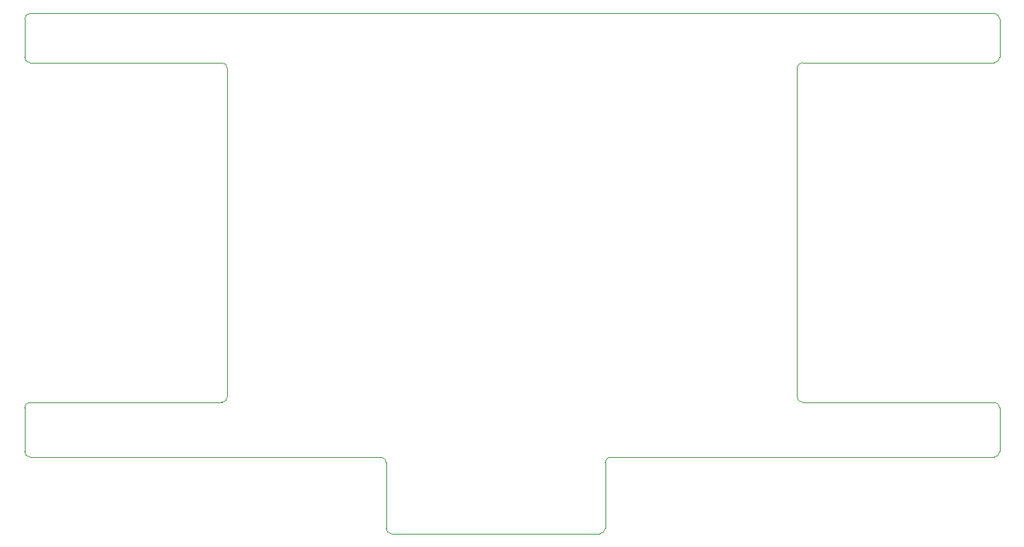
<source format=gm1>
%TF.GenerationSoftware,KiCad,Pcbnew,8.0.1*%
%TF.CreationDate,2024-08-12T20:51:52+05:30*%
%TF.ProjectId,4x8x8 LED Matrix Pcb,34783878-3820-44c4-9544-204d61747269,rev?*%
%TF.SameCoordinates,Original*%
%TF.FileFunction,Profile,NP*%
%FSLAX46Y46*%
G04 Gerber Fmt 4.6, Leading zero omitted, Abs format (unit mm)*
G04 Created by KiCad (PCBNEW 8.0.1) date 2024-08-12 20:51:52*
%MOMM*%
%LPD*%
G01*
G04 APERTURE LIST*
%TA.AperFunction,Profile*%
%ADD10C,0.050000*%
%TD*%
G04 APERTURE END LIST*
D10*
X179070000Y-116840000D02*
G75*
G02*
X178435000Y-116205000I0J635000D01*
G01*
X178435000Y-78105000D02*
G75*
G02*
X179070000Y-77470000I635000J0D01*
G01*
X178435000Y-116205000D02*
X178435000Y-78105000D01*
X201295000Y-71755000D02*
G75*
G02*
X201930000Y-72390000I0J-635000D01*
G01*
X201930000Y-76835000D02*
G75*
G02*
X201295000Y-77470000I-635000J0D01*
G01*
X201295000Y-116840000D02*
G75*
G02*
X201930000Y-117475000I0J-635000D01*
G01*
X201930000Y-122555000D02*
G75*
G02*
X201295000Y-123190000I-635000J0D01*
G01*
X156210000Y-123825000D02*
G75*
G02*
X156845000Y-123190000I635000J0D01*
G01*
X156210000Y-131445000D02*
G75*
G02*
X155575000Y-132080000I-635000J0D01*
G01*
X131445000Y-132080000D02*
G75*
G02*
X130810000Y-131445000I0J635000D01*
G01*
X130175000Y-123190000D02*
G75*
G02*
X130810000Y-123825000I0J-635000D01*
G01*
X89535000Y-123190000D02*
G75*
G02*
X88900000Y-122555000I0J635000D01*
G01*
X88900000Y-117475000D02*
G75*
G02*
X89535000Y-116840000I635000J0D01*
G01*
X112395000Y-116205000D02*
G75*
G02*
X111760000Y-116840000I-635000J0D01*
G01*
X111760000Y-77470000D02*
G75*
G02*
X112395000Y-78105000I0J-635000D01*
G01*
X89535000Y-77470000D02*
G75*
G02*
X88900000Y-76835000I0J635000D01*
G01*
X88900000Y-72390000D02*
G75*
G02*
X89535000Y-71755000I635000J0D01*
G01*
X112395000Y-78105000D02*
X112395000Y-116205000D01*
X201295000Y-71755000D02*
X200025000Y-71755000D01*
X201930000Y-76835000D02*
X201930000Y-72390000D01*
X179070000Y-77470000D02*
X201295000Y-77470000D01*
X201295000Y-116840000D02*
X179070000Y-116840000D01*
X201930000Y-122555000D02*
X201930000Y-117475000D01*
X156845000Y-123190000D02*
X201295000Y-123190000D01*
X156210000Y-131445000D02*
X156210000Y-123825000D01*
X131445000Y-132080000D02*
X155575000Y-132080000D01*
X130810000Y-123825000D02*
X130810000Y-131445000D01*
X89535000Y-123190000D02*
X130175000Y-123190000D01*
X88900000Y-117475000D02*
X88900000Y-122555000D01*
X111760000Y-116840000D02*
X89535000Y-116840000D01*
X89535000Y-77470000D02*
X111760000Y-77470000D01*
X88900000Y-72390000D02*
X88900000Y-76835000D01*
X200025000Y-71755000D02*
X89535000Y-71755000D01*
M02*

</source>
